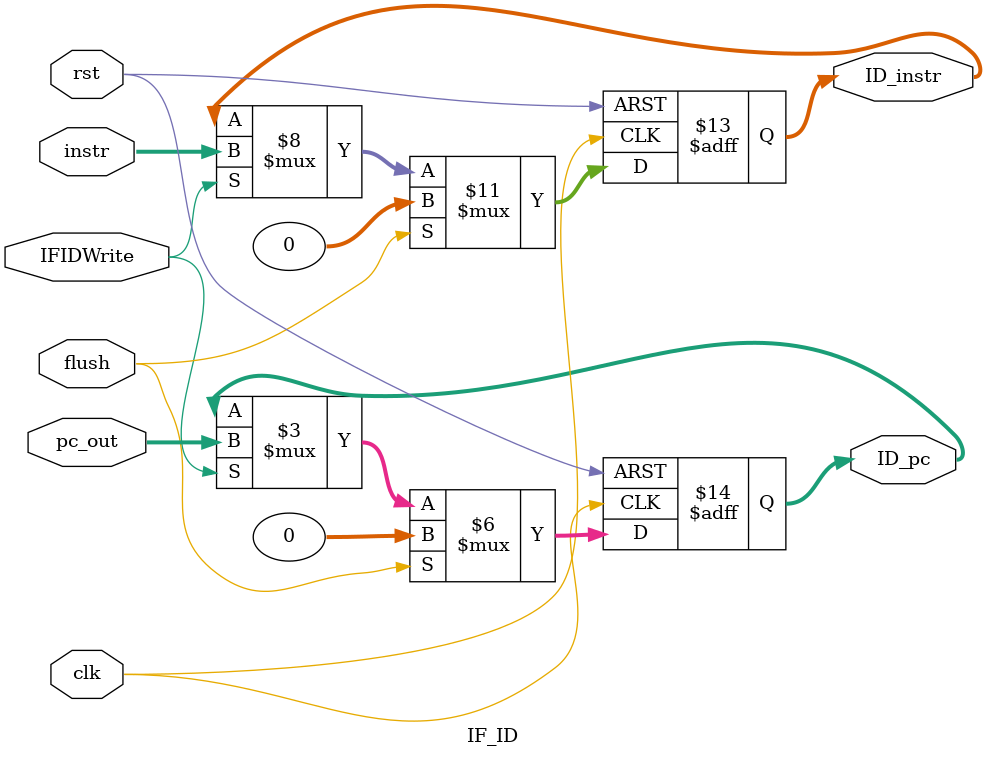
<source format=sv>
module IF_ID(clk,rst,flush,IFIDWrite,pc_out,instr,ID_pc,ID_instr);

	input clk,rst,flush;
	input IFIDWrite;
	input [31:0] pc_out,instr;
	output logic [31:0] ID_instr;
	output logic [31:0] ID_pc;
	always@(posedge clk or posedge rst)begin
		if(rst) begin
			ID_pc    <= 0;
			ID_instr <= 0;
		end
		else if(flush)begin
			ID_pc    <= 0;
			ID_instr <= 0;
		end	
		else if(IFIDWrite == 1'b1) begin
				ID_pc    <= pc_out;
				ID_instr <= instr;
			end
		

	end
endmodule 



</source>
